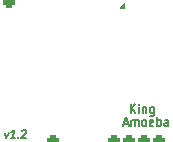
<source format=gbr>
%TF.GenerationSoftware,KiCad,Pcbnew,(6.0.11)*%
%TF.CreationDate,2023-07-28T18:25:04-04:00*%
%TF.ProjectId,amoeba-king,616d6f65-6261-42d6-9b69-6e672e6b6963,rev?*%
%TF.SameCoordinates,Original*%
%TF.FileFunction,Legend,Top*%
%TF.FilePolarity,Positive*%
%FSLAX46Y46*%
G04 Gerber Fmt 4.6, Leading zero omitted, Abs format (unit mm)*
G04 Created by KiCad (PCBNEW (6.0.11)) date 2023-07-28 18:25:04*
%MOMM*%
%LPD*%
G01*
G04 APERTURE LIST*
G04 Aperture macros list*
%AMRoundRect*
0 Rectangle with rounded corners*
0 $1 Rounding radius*
0 $2 $3 $4 $5 $6 $7 $8 $9 X,Y pos of 4 corners*
0 Add a 4 corners polygon primitive as box body*
4,1,4,$2,$3,$4,$5,$6,$7,$8,$9,$2,$3,0*
0 Add four circle primitives for the rounded corners*
1,1,$1+$1,$2,$3*
1,1,$1+$1,$4,$5*
1,1,$1+$1,$6,$7*
1,1,$1+$1,$8,$9*
0 Add four rect primitives between the rounded corners*
20,1,$1+$1,$2,$3,$4,$5,0*
20,1,$1+$1,$4,$5,$6,$7,0*
20,1,$1+$1,$6,$7,$8,$9,0*
20,1,$1+$1,$8,$9,$2,$3,0*%
G04 Aperture macros list end*
%ADD10C,0.100000*%
%ADD11C,0.150000*%
%ADD12C,0.158750*%
%ADD13C,0.131817*%
%ADD14C,3.000000*%
%ADD15C,3.980180*%
%ADD16C,1.660000*%
%ADD17C,1.700000*%
%ADD18RoundRect,0.250000X-0.250000X0.250000X-0.250000X-0.250000X0.250000X-0.250000X0.250000X0.250000X0*%
%ADD19RoundRect,0.250000X-0.250000X-0.250000X0.250000X-0.250000X0.250000X0.250000X-0.250000X0.250000X0*%
%ADD20RoundRect,0.250000X0.250000X-0.250000X0.250000X0.250000X-0.250000X0.250000X-0.250000X-0.250000X0*%
G04 APERTURE END LIST*
D10*
G36*
X77698600Y-165481000D02*
G01*
X77317600Y-165481000D01*
X77698600Y-165100000D01*
X77698600Y-165481000D01*
G37*
X77698600Y-165481000D02*
X77317600Y-165481000D01*
X77698600Y-165100000D01*
X77698600Y-165481000D01*
D11*
X77656766Y-175279033D02*
X77990100Y-175279033D01*
X77590100Y-175507604D02*
X77823433Y-174707604D01*
X78056766Y-175507604D01*
X78290100Y-175507604D02*
X78290100Y-174974271D01*
X78290100Y-175050461D02*
X78323433Y-175012366D01*
X78390100Y-174974271D01*
X78490100Y-174974271D01*
X78556766Y-175012366D01*
X78590100Y-175088557D01*
X78590100Y-175507604D01*
X78590100Y-175088557D02*
X78623433Y-175012366D01*
X78690100Y-174974271D01*
X78790100Y-174974271D01*
X78856766Y-175012366D01*
X78890100Y-175088557D01*
X78890100Y-175507604D01*
X79323433Y-175507604D02*
X79256766Y-175469509D01*
X79223433Y-175431414D01*
X79190100Y-175355223D01*
X79190100Y-175126652D01*
X79223433Y-175050461D01*
X79256766Y-175012366D01*
X79323433Y-174974271D01*
X79423433Y-174974271D01*
X79490100Y-175012366D01*
X79523433Y-175050461D01*
X79556766Y-175126652D01*
X79556766Y-175355223D01*
X79523433Y-175431414D01*
X79490100Y-175469509D01*
X79423433Y-175507604D01*
X79323433Y-175507604D01*
X80123433Y-175469509D02*
X80056766Y-175507604D01*
X79923433Y-175507604D01*
X79856766Y-175469509D01*
X79823433Y-175393319D01*
X79823433Y-175088557D01*
X79856766Y-175012366D01*
X79923433Y-174974271D01*
X80056766Y-174974271D01*
X80123433Y-175012366D01*
X80156766Y-175088557D01*
X80156766Y-175164747D01*
X79823433Y-175240938D01*
X80456766Y-175507604D02*
X80456766Y-174707604D01*
X80456766Y-175012366D02*
X80523433Y-174974271D01*
X80656766Y-174974271D01*
X80723433Y-175012366D01*
X80756766Y-175050461D01*
X80790100Y-175126652D01*
X80790100Y-175355223D01*
X80756766Y-175431414D01*
X80723433Y-175469509D01*
X80656766Y-175507604D01*
X80523433Y-175507604D01*
X80456766Y-175469509D01*
X81390100Y-175507604D02*
X81390100Y-175088557D01*
X81356766Y-175012366D01*
X81290100Y-174974271D01*
X81156766Y-174974271D01*
X81090100Y-175012366D01*
X81390100Y-175469509D02*
X81323433Y-175507604D01*
X81156766Y-175507604D01*
X81090100Y-175469509D01*
X81056766Y-175393319D01*
X81056766Y-175317128D01*
X81090100Y-175240938D01*
X81156766Y-175202842D01*
X81323433Y-175202842D01*
X81390100Y-175164747D01*
D12*
X67589456Y-176051028D02*
X67687730Y-176474361D01*
X67891837Y-176051028D01*
X68413444Y-176474361D02*
X68050587Y-176474361D01*
X68232016Y-176474361D02*
X68311391Y-175839361D01*
X68239575Y-175930076D01*
X68171540Y-175990552D01*
X68107284Y-176020790D01*
X68693147Y-176413885D02*
X68719605Y-176444123D01*
X68685587Y-176474361D01*
X68659129Y-176444123D01*
X68693147Y-176413885D01*
X68685587Y-176474361D01*
X69029545Y-175899838D02*
X69063563Y-175869600D01*
X69127819Y-175839361D01*
X69279010Y-175839361D01*
X69335706Y-175869600D01*
X69362165Y-175899838D01*
X69384843Y-175960314D01*
X69377284Y-176020790D01*
X69335706Y-176111504D01*
X68927492Y-176474361D01*
X69320587Y-176474361D01*
D11*
X78226566Y-174402704D02*
X78226566Y-173602704D01*
X78626566Y-174402704D02*
X78326566Y-173945561D01*
X78626566Y-173602704D02*
X78226566Y-174059847D01*
X78926566Y-174402704D02*
X78926566Y-173869371D01*
X78926566Y-173602704D02*
X78893233Y-173640800D01*
X78926566Y-173678895D01*
X78959900Y-173640800D01*
X78926566Y-173602704D01*
X78926566Y-173678895D01*
X79259900Y-173869371D02*
X79259900Y-174402704D01*
X79259900Y-173945561D02*
X79293233Y-173907466D01*
X79359900Y-173869371D01*
X79459900Y-173869371D01*
X79526566Y-173907466D01*
X79559900Y-173983657D01*
X79559900Y-174402704D01*
X80193233Y-173869371D02*
X80193233Y-174516990D01*
X80159900Y-174593180D01*
X80126566Y-174631276D01*
X80059900Y-174669371D01*
X79959900Y-174669371D01*
X79893233Y-174631276D01*
X80193233Y-174364609D02*
X80126566Y-174402704D01*
X79993233Y-174402704D01*
X79926566Y-174364609D01*
X79893233Y-174326514D01*
X79859900Y-174250323D01*
X79859900Y-174021752D01*
X79893233Y-173945561D01*
X79926566Y-173907466D01*
X79993233Y-173869371D01*
X80126566Y-173869371D01*
X80193233Y-173907466D01*
%LPC*%
%TO.C,Royale*%
G36*
X68813776Y-170919581D02*
G01*
X68837664Y-170922227D01*
X68861002Y-170926558D01*
X68883727Y-170932513D01*
X68905776Y-170940028D01*
X68927086Y-170949040D01*
X68947594Y-170959486D01*
X68967236Y-170971302D01*
X68985950Y-170984426D01*
X69003672Y-170998794D01*
X69020339Y-171014343D01*
X69035889Y-171031010D01*
X69050257Y-171048732D01*
X69063380Y-171067446D01*
X69075197Y-171087089D01*
X69085642Y-171107596D01*
X69094654Y-171128907D01*
X69102169Y-171150956D01*
X69108124Y-171173681D01*
X69112456Y-171197019D01*
X69115101Y-171220907D01*
X69115997Y-171245281D01*
X69114905Y-171271233D01*
X69111777Y-171296875D01*
X69106655Y-171322093D01*
X69099581Y-171346776D01*
X69090597Y-171370809D01*
X69079747Y-171394080D01*
X69067072Y-171416475D01*
X69052614Y-171437882D01*
X69036415Y-171458188D01*
X69040672Y-171484523D01*
X69044954Y-171510955D01*
X69049318Y-171537407D01*
X69053826Y-171563801D01*
X69058536Y-171590061D01*
X69063507Y-171616107D01*
X69068800Y-171641863D01*
X69074474Y-171667251D01*
X69080588Y-171692193D01*
X69087202Y-171716613D01*
X69094375Y-171740432D01*
X69102166Y-171763573D01*
X69110636Y-171785958D01*
X69119843Y-171807509D01*
X69129847Y-171828150D01*
X69140707Y-171847803D01*
X69152483Y-171866389D01*
X69165235Y-171883832D01*
X69179021Y-171900054D01*
X69193902Y-171914978D01*
X69209937Y-171928525D01*
X69227184Y-171940619D01*
X69245705Y-171951181D01*
X69265156Y-171952619D01*
X69285462Y-171954676D01*
X69306464Y-171957180D01*
X69327998Y-171959959D01*
X69349906Y-171962841D01*
X69372025Y-171965654D01*
X69394194Y-171968227D01*
X69416254Y-171970387D01*
X69438043Y-171971963D01*
X69459399Y-171972783D01*
X69480163Y-171972675D01*
X69500172Y-171971468D01*
X69519267Y-171968989D01*
X69537286Y-171965066D01*
X69554068Y-171959528D01*
X69569453Y-171952204D01*
X69583279Y-171942920D01*
X69595386Y-171931506D01*
X69605612Y-171917789D01*
X69613796Y-171901597D01*
X69619779Y-171882760D01*
X69623398Y-171861104D01*
X69624493Y-171836459D01*
X69625493Y-171811708D01*
X69628443Y-171787507D01*
X69633264Y-171763935D01*
X69639878Y-171741070D01*
X69648209Y-171718989D01*
X69658178Y-171697769D01*
X69669708Y-171677489D01*
X69682721Y-171658226D01*
X69697139Y-171640057D01*
X69712885Y-171623061D01*
X69729881Y-171607315D01*
X69748050Y-171592897D01*
X69767313Y-171579884D01*
X69787593Y-171568354D01*
X69808813Y-171558385D01*
X69830894Y-171550054D01*
X69853759Y-171543440D01*
X69877331Y-171538619D01*
X69901532Y-171535669D01*
X69926283Y-171534669D01*
X69951035Y-171535669D01*
X69975235Y-171538619D01*
X69998807Y-171543440D01*
X70021672Y-171550054D01*
X70043754Y-171558385D01*
X70064973Y-171568354D01*
X70085253Y-171579884D01*
X70104517Y-171592897D01*
X70122685Y-171607315D01*
X70139681Y-171623061D01*
X70155427Y-171640057D01*
X70169845Y-171658226D01*
X70182858Y-171677489D01*
X70194388Y-171697769D01*
X70204357Y-171718989D01*
X70212688Y-171741070D01*
X70219303Y-171763935D01*
X70224124Y-171787507D01*
X70227073Y-171811708D01*
X70228073Y-171836459D01*
X70216091Y-171861077D01*
X70204422Y-171883754D01*
X70193055Y-171904610D01*
X70181981Y-171923764D01*
X70171190Y-171941336D01*
X70160671Y-171957444D01*
X70150415Y-171972207D01*
X70140411Y-171985746D01*
X70130650Y-171998178D01*
X70121121Y-172009623D01*
X70111814Y-172020200D01*
X70102719Y-172030029D01*
X70093826Y-172039228D01*
X70085125Y-172047917D01*
X70076606Y-172056215D01*
X70068259Y-172064241D01*
X70060073Y-172072113D01*
X70052040Y-172079953D01*
X70044147Y-172087877D01*
X70036386Y-172096007D01*
X70028747Y-172104460D01*
X70021218Y-172113356D01*
X70013791Y-172122814D01*
X70006456Y-172132953D01*
X69999201Y-172143893D01*
X69992017Y-172155753D01*
X69984894Y-172168651D01*
X69977822Y-172182707D01*
X69970791Y-172198040D01*
X69963790Y-172214770D01*
X69956810Y-172233014D01*
X69949840Y-172252894D01*
X69942871Y-172274527D01*
X69935892Y-172298033D01*
X69928894Y-172323531D01*
X69921865Y-172351140D01*
X69914797Y-172380979D01*
X69907679Y-172413168D01*
X69902951Y-172438694D01*
X69897479Y-172464830D01*
X69891326Y-172491497D01*
X69884555Y-172518617D01*
X69877230Y-172546109D01*
X69869415Y-172573895D01*
X69861173Y-172601894D01*
X69852567Y-172630029D01*
X69843662Y-172658219D01*
X69834520Y-172686386D01*
X69825205Y-172714449D01*
X69815782Y-172742330D01*
X69806312Y-172769949D01*
X69796861Y-172797227D01*
X69787491Y-172824085D01*
X69778266Y-172850444D01*
X69769250Y-172876224D01*
X69760505Y-172901345D01*
X69752097Y-172925729D01*
X69744087Y-172949296D01*
X69736540Y-172971967D01*
X69729520Y-172993663D01*
X69723089Y-173014304D01*
X69717312Y-173033811D01*
X69712251Y-173052105D01*
X69707971Y-173069107D01*
X69704535Y-173084736D01*
X69702007Y-173098914D01*
X69678403Y-173091277D01*
X69654973Y-173083801D01*
X69631695Y-173076487D01*
X69608545Y-173069339D01*
X69585502Y-173062359D01*
X69562541Y-173055550D01*
X69539641Y-173048913D01*
X69516778Y-173042452D01*
X69493931Y-173036168D01*
X69471075Y-173030065D01*
X69448188Y-173024144D01*
X69425248Y-173018408D01*
X69402231Y-173012860D01*
X69379115Y-173007502D01*
X69355878Y-173002337D01*
X69332495Y-172997366D01*
X69308946Y-172992592D01*
X69285206Y-172988019D01*
X69261252Y-172983648D01*
X69237064Y-172979481D01*
X69212616Y-172975521D01*
X69187887Y-172971771D01*
X69162854Y-172968233D01*
X69137494Y-172964910D01*
X69111784Y-172961803D01*
X69085702Y-172958916D01*
X69059225Y-172956251D01*
X69032329Y-172953810D01*
X69004992Y-172951595D01*
X68977192Y-172949610D01*
X68948906Y-172947856D01*
X68920110Y-172946337D01*
X68890783Y-172945054D01*
X68860900Y-172944009D01*
X68830440Y-172943206D01*
X68799380Y-172942647D01*
X68767697Y-172942335D01*
X68734780Y-172941816D01*
X68702758Y-172941681D01*
X68671593Y-172941919D01*
X68641243Y-172942523D01*
X68611670Y-172943484D01*
X68582833Y-172944792D01*
X68554693Y-172946439D01*
X68527210Y-172948416D01*
X68500344Y-172950714D01*
X68474056Y-172953325D01*
X68448305Y-172956239D01*
X68423052Y-172959447D01*
X68398257Y-172962942D01*
X68373881Y-172966713D01*
X68349883Y-172970753D01*
X68326223Y-172975052D01*
X68302863Y-172979602D01*
X68279762Y-172984393D01*
X68256881Y-172989417D01*
X68234179Y-172994665D01*
X68211617Y-173000129D01*
X68189155Y-173005798D01*
X68166753Y-173011666D01*
X68144372Y-173017721D01*
X68121972Y-173023957D01*
X68099513Y-173030364D01*
X68076955Y-173036933D01*
X68054258Y-173043655D01*
X68031384Y-173050522D01*
X68008291Y-173057525D01*
X67984940Y-173064654D01*
X67961292Y-173071901D01*
X67937306Y-173079258D01*
X67912944Y-173086715D01*
X67888164Y-173094263D01*
X67886454Y-173080671D01*
X67884077Y-173065503D01*
X67881072Y-173048846D01*
X67877483Y-173030783D01*
X67873349Y-173011400D01*
X67868712Y-172990782D01*
X67863614Y-172969013D01*
X67858095Y-172946178D01*
X67852197Y-172922363D01*
X67845961Y-172897651D01*
X67839428Y-172872129D01*
X67832640Y-172845880D01*
X67825638Y-172818990D01*
X67818463Y-172791544D01*
X67811156Y-172763626D01*
X67803759Y-172735321D01*
X67796313Y-172706715D01*
X67788859Y-172677892D01*
X67781439Y-172648936D01*
X67774093Y-172619934D01*
X67766863Y-172590969D01*
X67759790Y-172562127D01*
X67752916Y-172533492D01*
X67746282Y-172505150D01*
X67739928Y-172477184D01*
X67733897Y-172449681D01*
X67728229Y-172422725D01*
X67722966Y-172396401D01*
X67718148Y-172370793D01*
X67709034Y-172347347D01*
X67702498Y-172327946D01*
X67697978Y-172311725D01*
X67694913Y-172297818D01*
X67692740Y-172285362D01*
X67690899Y-172273491D01*
X67688828Y-172261339D01*
X67685965Y-172248043D01*
X67681748Y-172232737D01*
X67675617Y-172214556D01*
X67667009Y-172192636D01*
X67655363Y-172166110D01*
X67640117Y-172134115D01*
X67615365Y-172133115D01*
X67591165Y-172130165D01*
X67567593Y-172125345D01*
X67544728Y-172118730D01*
X67522646Y-172110399D01*
X67501427Y-172100430D01*
X67481147Y-172088900D01*
X67461883Y-172075887D01*
X67443715Y-172061469D01*
X67426719Y-172045723D01*
X67410973Y-172028727D01*
X67396555Y-172010558D01*
X67383542Y-171991295D01*
X67372012Y-171971015D01*
X67362043Y-171949795D01*
X67353712Y-171927714D01*
X67347097Y-171904849D01*
X67342276Y-171881277D01*
X67339327Y-171857076D01*
X67338327Y-171832325D01*
X67339327Y-171807573D01*
X67342276Y-171783373D01*
X67347097Y-171759801D01*
X67353712Y-171736936D01*
X67362043Y-171714855D01*
X67372012Y-171693635D01*
X67383542Y-171673355D01*
X67396555Y-171654092D01*
X67410973Y-171635923D01*
X67426719Y-171618927D01*
X67443715Y-171603181D01*
X67461883Y-171588763D01*
X67481147Y-171575750D01*
X67501427Y-171564220D01*
X67522646Y-171554251D01*
X67544728Y-171545920D01*
X67567593Y-171539305D01*
X67591165Y-171534485D01*
X67615365Y-171531535D01*
X67640117Y-171530535D01*
X67664868Y-171531535D01*
X67689069Y-171534485D01*
X67712641Y-171539305D01*
X67735506Y-171545920D01*
X67757587Y-171554251D01*
X67778807Y-171564220D01*
X67799087Y-171575750D01*
X67818350Y-171588763D01*
X67836519Y-171603181D01*
X67853515Y-171618927D01*
X67869261Y-171635923D01*
X67883679Y-171654092D01*
X67896692Y-171673355D01*
X67908222Y-171693635D01*
X67918191Y-171714855D01*
X67926522Y-171736936D01*
X67933136Y-171759801D01*
X67937957Y-171783373D01*
X67940907Y-171807573D01*
X67941907Y-171832325D01*
X67953497Y-171841132D01*
X67965186Y-171851010D01*
X67977113Y-171861699D01*
X67989413Y-171872944D01*
X68002223Y-171884485D01*
X68015682Y-171896066D01*
X68029925Y-171907430D01*
X68045089Y-171918319D01*
X68061313Y-171928475D01*
X68078732Y-171937640D01*
X68097484Y-171945559D01*
X68117705Y-171951972D01*
X68139533Y-171956622D01*
X68163105Y-171959253D01*
X68188557Y-171959606D01*
X68216027Y-171957424D01*
X68245651Y-171952450D01*
X68277567Y-171944426D01*
X68311911Y-171933094D01*
X68331308Y-171922796D01*
X68349457Y-171910854D01*
X68366418Y-171897354D01*
X68382251Y-171882382D01*
X68397016Y-171866022D01*
X68410772Y-171848362D01*
X68423579Y-171829485D01*
X68435496Y-171809479D01*
X68446585Y-171788429D01*
X68456903Y-171766420D01*
X68466510Y-171743537D01*
X68475467Y-171719868D01*
X68483834Y-171695496D01*
X68491669Y-171670509D01*
X68499032Y-171644991D01*
X68505984Y-171619028D01*
X68512584Y-171592706D01*
X68518891Y-171566110D01*
X68524965Y-171539326D01*
X68530866Y-171512441D01*
X68536654Y-171485538D01*
X68542388Y-171458704D01*
X68526155Y-171438352D01*
X68511670Y-171416893D01*
X68498977Y-171394442D01*
X68488117Y-171371113D01*
X68479133Y-171347020D01*
X68472068Y-171322276D01*
X68466963Y-171296996D01*
X68463862Y-171271293D01*
X68462806Y-171245281D01*
X68463702Y-171220907D01*
X68466347Y-171197019D01*
X68470679Y-171173681D01*
X68476634Y-171150956D01*
X68484149Y-171128907D01*
X68493161Y-171107596D01*
X68503606Y-171087089D01*
X68515423Y-171067446D01*
X68528547Y-171048732D01*
X68542915Y-171031010D01*
X68558464Y-171014343D01*
X68575131Y-170998794D01*
X68592853Y-170984426D01*
X68611567Y-170971302D01*
X68631209Y-170959486D01*
X68651717Y-170949040D01*
X68673027Y-170940028D01*
X68695076Y-170932513D01*
X68717802Y-170926558D01*
X68741140Y-170922227D01*
X68765027Y-170919581D01*
X68789401Y-170918686D01*
X68789402Y-170918686D01*
X68813776Y-170919581D01*
G37*
D13*
X68813776Y-170919581D02*
X68837664Y-170922227D01*
X68861002Y-170926558D01*
X68883727Y-170932513D01*
X68905776Y-170940028D01*
X68927086Y-170949040D01*
X68947594Y-170959486D01*
X68967236Y-170971302D01*
X68985950Y-170984426D01*
X69003672Y-170998794D01*
X69020339Y-171014343D01*
X69035889Y-171031010D01*
X69050257Y-171048732D01*
X69063380Y-171067446D01*
X69075197Y-171087089D01*
X69085642Y-171107596D01*
X69094654Y-171128907D01*
X69102169Y-171150956D01*
X69108124Y-171173681D01*
X69112456Y-171197019D01*
X69115101Y-171220907D01*
X69115997Y-171245281D01*
X69114905Y-171271233D01*
X69111777Y-171296875D01*
X69106655Y-171322093D01*
X69099581Y-171346776D01*
X69090597Y-171370809D01*
X69079747Y-171394080D01*
X69067072Y-171416475D01*
X69052614Y-171437882D01*
X69036415Y-171458188D01*
X69040672Y-171484523D01*
X69044954Y-171510955D01*
X69049318Y-171537407D01*
X69053826Y-171563801D01*
X69058536Y-171590061D01*
X69063507Y-171616107D01*
X69068800Y-171641863D01*
X69074474Y-171667251D01*
X69080588Y-171692193D01*
X69087202Y-171716613D01*
X69094375Y-171740432D01*
X69102166Y-171763573D01*
X69110636Y-171785958D01*
X69119843Y-171807509D01*
X69129847Y-171828150D01*
X69140707Y-171847803D01*
X69152483Y-171866389D01*
X69165235Y-171883832D01*
X69179021Y-171900054D01*
X69193902Y-171914978D01*
X69209937Y-171928525D01*
X69227184Y-171940619D01*
X69245705Y-171951181D01*
X69265156Y-171952619D01*
X69285462Y-171954676D01*
X69306464Y-171957180D01*
X69327998Y-171959959D01*
X69349906Y-171962841D01*
X69372025Y-171965654D01*
X69394194Y-171968227D01*
X69416254Y-171970387D01*
X69438043Y-171971963D01*
X69459399Y-171972783D01*
X69480163Y-171972675D01*
X69500172Y-171971468D01*
X69519267Y-171968989D01*
X69537286Y-171965066D01*
X69554068Y-171959528D01*
X69569453Y-171952204D01*
X69583279Y-171942920D01*
X69595386Y-171931506D01*
X69605612Y-171917789D01*
X69613796Y-171901597D01*
X69619779Y-171882760D01*
X69623398Y-171861104D01*
X69624493Y-171836459D01*
X69625493Y-171811708D01*
X69628443Y-171787507D01*
X69633264Y-171763935D01*
X69639878Y-171741070D01*
X69648209Y-171718989D01*
X69658178Y-171697769D01*
X69669708Y-171677489D01*
X69682721Y-171658226D01*
X69697139Y-171640057D01*
X69712885Y-171623061D01*
X69729881Y-171607315D01*
X69748050Y-171592897D01*
X69767313Y-171579884D01*
X69787593Y-171568354D01*
X69808813Y-171558385D01*
X69830894Y-171550054D01*
X69853759Y-171543440D01*
X69877331Y-171538619D01*
X69901532Y-171535669D01*
X69926283Y-171534669D01*
X69951035Y-171535669D01*
X69975235Y-171538619D01*
X69998807Y-171543440D01*
X70021672Y-171550054D01*
X70043754Y-171558385D01*
X70064973Y-171568354D01*
X70085253Y-171579884D01*
X70104517Y-171592897D01*
X70122685Y-171607315D01*
X70139681Y-171623061D01*
X70155427Y-171640057D01*
X70169845Y-171658226D01*
X70182858Y-171677489D01*
X70194388Y-171697769D01*
X70204357Y-171718989D01*
X70212688Y-171741070D01*
X70219303Y-171763935D01*
X70224124Y-171787507D01*
X70227073Y-171811708D01*
X70228073Y-171836459D01*
X70216091Y-171861077D01*
X70204422Y-171883754D01*
X70193055Y-171904610D01*
X70181981Y-171923764D01*
X70171190Y-171941336D01*
X70160671Y-171957444D01*
X70150415Y-171972207D01*
X70140411Y-171985746D01*
X70130650Y-171998178D01*
X70121121Y-172009623D01*
X70111814Y-172020200D01*
X70102719Y-172030029D01*
X70093826Y-172039228D01*
X70085125Y-172047917D01*
X70076606Y-172056215D01*
X70068259Y-172064241D01*
X70060073Y-172072113D01*
X70052040Y-172079953D01*
X70044147Y-172087877D01*
X70036386Y-172096007D01*
X70028747Y-172104460D01*
X70021218Y-172113356D01*
X70013791Y-172122814D01*
X70006456Y-172132953D01*
X69999201Y-172143893D01*
X69992017Y-172155753D01*
X69984894Y-172168651D01*
X69977822Y-172182707D01*
X69970791Y-172198040D01*
X69963790Y-172214770D01*
X69956810Y-172233014D01*
X69949840Y-172252894D01*
X69942871Y-172274527D01*
X69935892Y-172298033D01*
X69928894Y-172323531D01*
X69921865Y-172351140D01*
X69914797Y-172380979D01*
X69907679Y-172413168D01*
X69902951Y-172438694D01*
X69897479Y-172464830D01*
X69891326Y-172491497D01*
X69884555Y-172518617D01*
X69877230Y-172546109D01*
X69869415Y-172573895D01*
X69861173Y-172601894D01*
X69852567Y-172630029D01*
X69843662Y-172658219D01*
X69834520Y-172686386D01*
X69825205Y-172714449D01*
X69815782Y-172742330D01*
X69806312Y-172769949D01*
X69796861Y-172797227D01*
X69787491Y-172824085D01*
X69778266Y-172850444D01*
X69769250Y-172876224D01*
X69760505Y-172901345D01*
X69752097Y-172925729D01*
X69744087Y-172949296D01*
X69736540Y-172971967D01*
X69729520Y-172993663D01*
X69723089Y-173014304D01*
X69717312Y-173033811D01*
X69712251Y-173052105D01*
X69707971Y-173069107D01*
X69704535Y-173084736D01*
X69702007Y-173098914D01*
X69678403Y-173091277D01*
X69654973Y-173083801D01*
X69631695Y-173076487D01*
X69608545Y-173069339D01*
X69585502Y-173062359D01*
X69562541Y-173055550D01*
X69539641Y-173048913D01*
X69516778Y-173042452D01*
X69493931Y-173036168D01*
X69471075Y-173030065D01*
X69448188Y-173024144D01*
X69425248Y-173018408D01*
X69402231Y-173012860D01*
X69379115Y-173007502D01*
X69355878Y-173002337D01*
X69332495Y-172997366D01*
X69308946Y-172992592D01*
X69285206Y-172988019D01*
X69261252Y-172983648D01*
X69237064Y-172979481D01*
X69212616Y-172975521D01*
X69187887Y-172971771D01*
X69162854Y-172968233D01*
X69137494Y-172964910D01*
X69111784Y-172961803D01*
X69085702Y-172958916D01*
X69059225Y-172956251D01*
X69032329Y-172953810D01*
X69004992Y-172951595D01*
X68977192Y-172949610D01*
X68948906Y-172947856D01*
X68920110Y-172946337D01*
X68890783Y-172945054D01*
X68860900Y-172944009D01*
X68830440Y-172943206D01*
X68799380Y-172942647D01*
X68767697Y-172942335D01*
X68734780Y-172941816D01*
X68702758Y-172941681D01*
X68671593Y-172941919D01*
X68641243Y-172942523D01*
X68611670Y-172943484D01*
X68582833Y-172944792D01*
X68554693Y-172946439D01*
X68527210Y-172948416D01*
X68500344Y-172950714D01*
X68474056Y-172953325D01*
X68448305Y-172956239D01*
X68423052Y-172959447D01*
X68398257Y-172962942D01*
X68373881Y-172966713D01*
X68349883Y-172970753D01*
X68326223Y-172975052D01*
X68302863Y-172979602D01*
X68279762Y-172984393D01*
X68256881Y-172989417D01*
X68234179Y-172994665D01*
X68211617Y-173000129D01*
X68189155Y-173005798D01*
X68166753Y-173011666D01*
X68144372Y-173017721D01*
X68121972Y-173023957D01*
X68099513Y-173030364D01*
X68076955Y-173036933D01*
X68054258Y-173043655D01*
X68031384Y-173050522D01*
X68008291Y-173057525D01*
X67984940Y-173064654D01*
X67961292Y-173071901D01*
X67937306Y-173079258D01*
X67912944Y-173086715D01*
X67888164Y-173094263D01*
X67886454Y-173080671D01*
X67884077Y-173065503D01*
X67881072Y-173048846D01*
X67877483Y-173030783D01*
X67873349Y-173011400D01*
X67868712Y-172990782D01*
X67863614Y-172969013D01*
X67858095Y-172946178D01*
X67852197Y-172922363D01*
X67845961Y-172897651D01*
X67839428Y-172872129D01*
X67832640Y-172845880D01*
X67825638Y-172818990D01*
X67818463Y-172791544D01*
X67811156Y-172763626D01*
X67803759Y-172735321D01*
X67796313Y-172706715D01*
X67788859Y-172677892D01*
X67781439Y-172648936D01*
X67774093Y-172619934D01*
X67766863Y-172590969D01*
X67759790Y-172562127D01*
X67752916Y-172533492D01*
X67746282Y-172505150D01*
X67739928Y-172477184D01*
X67733897Y-172449681D01*
X67728229Y-172422725D01*
X67722966Y-172396401D01*
X67718148Y-172370793D01*
X67709034Y-172347347D01*
X67702498Y-172327946D01*
X67697978Y-172311725D01*
X67694913Y-172297818D01*
X67692740Y-172285362D01*
X67690899Y-172273491D01*
X67688828Y-172261339D01*
X67685965Y-172248043D01*
X67681748Y-172232737D01*
X67675617Y-172214556D01*
X67667009Y-172192636D01*
X67655363Y-172166110D01*
X67640117Y-172134115D01*
X67615365Y-172133115D01*
X67591165Y-172130165D01*
X67567593Y-172125345D01*
X67544728Y-172118730D01*
X67522646Y-172110399D01*
X67501427Y-172100430D01*
X67481147Y-172088900D01*
X67461883Y-172075887D01*
X67443715Y-172061469D01*
X67426719Y-172045723D01*
X67410973Y-172028727D01*
X67396555Y-172010558D01*
X67383542Y-171991295D01*
X67372012Y-171971015D01*
X67362043Y-171949795D01*
X67353712Y-171927714D01*
X67347097Y-171904849D01*
X67342276Y-171881277D01*
X67339327Y-171857076D01*
X67338327Y-171832325D01*
X67339327Y-171807573D01*
X67342276Y-171783373D01*
X67347097Y-171759801D01*
X67353712Y-171736936D01*
X67362043Y-171714855D01*
X67372012Y-171693635D01*
X67383542Y-171673355D01*
X67396555Y-171654092D01*
X67410973Y-171635923D01*
X67426719Y-171618927D01*
X67443715Y-171603181D01*
X67461883Y-171588763D01*
X67481147Y-171575750D01*
X67501427Y-171564220D01*
X67522646Y-171554251D01*
X67544728Y-171545920D01*
X67567593Y-171539305D01*
X67591165Y-171534485D01*
X67615365Y-171531535D01*
X67640117Y-171530535D01*
X67664868Y-171531535D01*
X67689069Y-171534485D01*
X67712641Y-171539305D01*
X67735506Y-171545920D01*
X67757587Y-171554251D01*
X67778807Y-171564220D01*
X67799087Y-171575750D01*
X67818350Y-171588763D01*
X67836519Y-171603181D01*
X67853515Y-171618927D01*
X67869261Y-171635923D01*
X67883679Y-171654092D01*
X67896692Y-171673355D01*
X67908222Y-171693635D01*
X67918191Y-171714855D01*
X67926522Y-171736936D01*
X67933136Y-171759801D01*
X67937957Y-171783373D01*
X67940907Y-171807573D01*
X67941907Y-171832325D01*
X67953497Y-171841132D01*
X67965186Y-171851010D01*
X67977113Y-171861699D01*
X67989413Y-171872944D01*
X68002223Y-171884485D01*
X68015682Y-171896066D01*
X68029925Y-171907430D01*
X68045089Y-171918319D01*
X68061313Y-171928475D01*
X68078732Y-171937640D01*
X68097484Y-171945559D01*
X68117705Y-171951972D01*
X68139533Y-171956622D01*
X68163105Y-171959253D01*
X68188557Y-171959606D01*
X68216027Y-171957424D01*
X68245651Y-171952450D01*
X68277567Y-171944426D01*
X68311911Y-171933094D01*
X68331308Y-171922796D01*
X68349457Y-171910854D01*
X68366418Y-171897354D01*
X68382251Y-171882382D01*
X68397016Y-171866022D01*
X68410772Y-171848362D01*
X68423579Y-171829485D01*
X68435496Y-171809479D01*
X68446585Y-171788429D01*
X68456903Y-171766420D01*
X68466510Y-171743537D01*
X68475467Y-171719868D01*
X68483834Y-171695496D01*
X68491669Y-171670509D01*
X68499032Y-171644991D01*
X68505984Y-171619028D01*
X68512584Y-171592706D01*
X68518891Y-171566110D01*
X68524965Y-171539326D01*
X68530866Y-171512441D01*
X68536654Y-171485538D01*
X68542388Y-171458704D01*
X68526155Y-171438352D01*
X68511670Y-171416893D01*
X68498977Y-171394442D01*
X68488117Y-171371113D01*
X68479133Y-171347020D01*
X68472068Y-171322276D01*
X68466963Y-171296996D01*
X68463862Y-171271293D01*
X68462806Y-171245281D01*
X68463702Y-171220907D01*
X68466347Y-171197019D01*
X68470679Y-171173681D01*
X68476634Y-171150956D01*
X68484149Y-171128907D01*
X68493161Y-171107596D01*
X68503606Y-171087089D01*
X68515423Y-171067446D01*
X68528547Y-171048732D01*
X68542915Y-171031010D01*
X68558464Y-171014343D01*
X68575131Y-170998794D01*
X68592853Y-170984426D01*
X68611567Y-170971302D01*
X68631209Y-170959486D01*
X68651717Y-170949040D01*
X68673027Y-170940028D01*
X68695076Y-170932513D01*
X68717802Y-170926558D01*
X68741140Y-170922227D01*
X68765027Y-170919581D01*
X68789401Y-170918686D01*
X68789402Y-170918686D01*
X68813776Y-170919581D01*
%TO.C,Amoeba-Logo-Small*%
G36*
X68765647Y-172617598D02*
G01*
X68787163Y-172619194D01*
X68808679Y-172621854D01*
X68830195Y-172625578D01*
X68851711Y-172630366D01*
X68873227Y-172636218D01*
X68894742Y-172643134D01*
X68916258Y-172651114D01*
X68937774Y-172660158D01*
X68959290Y-172670266D01*
X68980806Y-172681438D01*
X69002321Y-172693674D01*
X69023837Y-172706974D01*
X69045354Y-172721337D01*
X69064713Y-172736384D01*
X69083250Y-172753471D01*
X69100976Y-172772227D01*
X69117901Y-172792282D01*
X69134032Y-172813264D01*
X69149382Y-172834802D01*
X69163958Y-172856525D01*
X69177771Y-172878061D01*
X69190830Y-172899041D01*
X69203145Y-172919093D01*
X69214725Y-172937845D01*
X69225581Y-172954927D01*
X69235722Y-172969967D01*
X69245157Y-172982595D01*
X69253897Y-172992439D01*
X69267602Y-173005210D01*
X69281676Y-173016746D01*
X69296095Y-173027104D01*
X69310842Y-173036340D01*
X69325894Y-173044513D01*
X69341232Y-173051679D01*
X69356834Y-173057896D01*
X69372682Y-173063222D01*
X69388754Y-173067713D01*
X69405030Y-173071428D01*
X69421490Y-173074423D01*
X69438112Y-173076757D01*
X69454878Y-173078485D01*
X69471765Y-173079667D01*
X69488755Y-173080358D01*
X69505826Y-173080618D01*
X69522959Y-173080502D01*
X69540132Y-173080068D01*
X69557325Y-173079374D01*
X69574519Y-173078478D01*
X69591692Y-173077436D01*
X69608824Y-173076305D01*
X69625894Y-173075145D01*
X69642883Y-173074010D01*
X69659770Y-173072960D01*
X69676535Y-173072052D01*
X69693157Y-173071342D01*
X69709615Y-173070889D01*
X69725890Y-173070749D01*
X69741960Y-173070980D01*
X69757806Y-173071640D01*
X69773408Y-173072785D01*
X69788743Y-173074474D01*
X69803794Y-173076764D01*
X69818538Y-173079711D01*
X69832955Y-173083374D01*
X69847026Y-173087810D01*
X69860730Y-173093075D01*
X69874045Y-173099229D01*
X69886953Y-173106327D01*
X69899432Y-173114428D01*
X69911462Y-173123589D01*
X69923023Y-173133866D01*
X69934094Y-173145319D01*
X69944656Y-173158003D01*
X69954686Y-173171976D01*
X69964166Y-173187297D01*
X69973074Y-173204021D01*
X69981391Y-173222207D01*
X69989095Y-173241912D01*
X69992395Y-173251517D01*
X69995261Y-173260834D01*
X69997703Y-173269872D01*
X69999731Y-173278642D01*
X70001355Y-173287156D01*
X70002586Y-173295424D01*
X70003432Y-173303457D01*
X70003905Y-173311265D01*
X70004014Y-173318861D01*
X70003768Y-173326253D01*
X70003178Y-173333454D01*
X70002255Y-173340475D01*
X70001007Y-173347325D01*
X69999444Y-173354016D01*
X69997578Y-173360558D01*
X69995417Y-173366963D01*
X69992972Y-173373242D01*
X69990252Y-173379405D01*
X69987268Y-173385462D01*
X69984030Y-173391426D01*
X69980547Y-173397306D01*
X69976829Y-173403114D01*
X69972887Y-173408860D01*
X69968730Y-173414556D01*
X69964369Y-173420211D01*
X69959812Y-173425838D01*
X69955071Y-173431446D01*
X69950155Y-173437047D01*
X69945075Y-173442651D01*
X69939839Y-173448269D01*
X69934459Y-173453913D01*
X69928943Y-173459592D01*
X69923303Y-173465319D01*
X69917547Y-173471103D01*
X69911687Y-173476955D01*
X69905731Y-173482887D01*
X69899690Y-173488908D01*
X69893574Y-173495031D01*
X69887392Y-173501266D01*
X69881155Y-173507623D01*
X69874873Y-173514114D01*
X69868556Y-173520749D01*
X69862213Y-173527540D01*
X69855855Y-173534496D01*
X69849491Y-173541629D01*
X69843131Y-173548950D01*
X69836786Y-173556470D01*
X69830466Y-173564199D01*
X69824179Y-173572148D01*
X69817937Y-173580328D01*
X69811749Y-173588750D01*
X69805626Y-173597425D01*
X69799576Y-173606364D01*
X69793611Y-173615576D01*
X69787740Y-173625075D01*
X69781973Y-173634869D01*
X69776320Y-173644970D01*
X69770790Y-173655389D01*
X69765395Y-173666137D01*
X69760144Y-173677224D01*
X69755046Y-173688661D01*
X69750112Y-173700460D01*
X69745352Y-173712630D01*
X69740776Y-173725184D01*
X69736393Y-173738131D01*
X69732214Y-173751482D01*
X69728249Y-173765249D01*
X69724507Y-173779442D01*
X69720999Y-173794072D01*
X69717734Y-173809150D01*
X69714722Y-173824687D01*
X69711974Y-173840693D01*
X69709499Y-173857180D01*
X69707308Y-173874157D01*
X69705410Y-173891637D01*
X69703815Y-173909630D01*
X69702533Y-173928147D01*
X69701574Y-173947198D01*
X69700949Y-173966794D01*
X69700666Y-173986947D01*
X69700737Y-174007667D01*
X69701170Y-174028965D01*
X69701977Y-174050852D01*
X69703166Y-174073338D01*
X69704748Y-174096435D01*
X69706733Y-174120153D01*
X69709131Y-174144503D01*
X69711951Y-174169497D01*
X69715204Y-174195144D01*
X69718900Y-174221455D01*
X69723049Y-174248443D01*
X69727660Y-174276116D01*
X69732743Y-174304487D01*
X69738309Y-174333566D01*
X69744367Y-174363363D01*
X69750928Y-174393891D01*
X69758001Y-174425159D01*
X69765597Y-174457178D01*
X69773725Y-174489959D01*
X69782395Y-174523514D01*
X69791617Y-174557853D01*
X69801401Y-174592986D01*
X69811758Y-174628925D01*
X69822696Y-174665680D01*
X69834227Y-174703263D01*
X69844044Y-174736523D01*
X69851730Y-174766453D01*
X69857360Y-174793400D01*
X69861011Y-174817716D01*
X69862761Y-174839749D01*
X69862685Y-174859850D01*
X69860860Y-174878366D01*
X69857364Y-174895649D01*
X69852272Y-174912048D01*
X69845662Y-174927911D01*
X69837610Y-174943589D01*
X69828194Y-174959432D01*
X69817488Y-174975788D01*
X69805571Y-174993007D01*
X69792520Y-175011439D01*
X69777721Y-175030553D01*
X69762366Y-175048348D01*
X69746455Y-175064825D01*
X69729988Y-175079985D01*
X69712965Y-175093825D01*
X69695386Y-175106348D01*
X69677250Y-175117553D01*
X69658559Y-175127439D01*
X69639311Y-175136007D01*
X69619508Y-175143257D01*
X69599148Y-175149189D01*
X69578232Y-175153802D01*
X69556760Y-175157098D01*
X69534732Y-175159075D01*
X69512148Y-175159734D01*
X69461170Y-175159734D01*
X69439551Y-175159039D01*
X69418257Y-175156954D01*
X69397287Y-175153478D01*
X69376642Y-175148612D01*
X69356321Y-175142356D01*
X69336324Y-175134710D01*
X69316652Y-175125673D01*
X69297304Y-175115247D01*
X69278280Y-175103429D01*
X69259581Y-175090222D01*
X69240465Y-175076435D01*
X69222971Y-175061953D01*
X69207098Y-175046776D01*
X69192848Y-175030903D01*
X69180220Y-175014335D01*
X69169214Y-174997072D01*
X69159829Y-174979114D01*
X69152067Y-174960461D01*
X69145926Y-174941113D01*
X69141407Y-174921070D01*
X69122141Y-174904957D01*
X69102723Y-174889769D01*
X69083164Y-174875505D01*
X69063476Y-174862162D01*
X69043672Y-174849739D01*
X69023763Y-174838234D01*
X69003760Y-174827644D01*
X68983676Y-174817968D01*
X68963522Y-174809204D01*
X68943311Y-174801348D01*
X68923053Y-174794401D01*
X68902762Y-174788359D01*
X68882448Y-174783220D01*
X68862124Y-174778983D01*
X68841802Y-174775645D01*
X68821492Y-174773204D01*
X68801208Y-174771659D01*
X68780960Y-174771008D01*
X68760762Y-174771247D01*
X68740623Y-174772376D01*
X68720558Y-174774393D01*
X68700576Y-174777294D01*
X68680691Y-174781079D01*
X68660913Y-174785745D01*
X68641255Y-174791291D01*
X68621729Y-174797713D01*
X68602346Y-174805011D01*
X68583118Y-174813182D01*
X68564057Y-174822224D01*
X68545175Y-174832135D01*
X68526484Y-174842914D01*
X68507995Y-174854557D01*
X68503060Y-174876338D01*
X68496595Y-174897192D01*
X68488601Y-174917120D01*
X68479077Y-174936121D01*
X68468024Y-174954196D01*
X68455442Y-174971343D01*
X68441331Y-174987564D01*
X68425690Y-175002857D01*
X68408520Y-175017224D01*
X68389821Y-175030663D01*
X68371437Y-175042727D01*
X68352518Y-175053643D01*
X68333062Y-175063409D01*
X68313069Y-175072026D01*
X68292541Y-175079494D01*
X68271477Y-175085813D01*
X68249876Y-175090984D01*
X68227739Y-175095005D01*
X68205066Y-175097877D01*
X68181857Y-175099601D01*
X68158111Y-175100175D01*
X68107133Y-175100175D01*
X68084281Y-175099537D01*
X68062068Y-175097621D01*
X68040493Y-175094428D01*
X68019556Y-175089959D01*
X67999258Y-175084212D01*
X67979598Y-175077189D01*
X67960577Y-175068888D01*
X67942195Y-175059311D01*
X67924450Y-175048456D01*
X67907345Y-175036324D01*
X67890878Y-175022916D01*
X67875049Y-175008231D01*
X67859859Y-174992268D01*
X67845307Y-174975029D01*
X67831394Y-174956512D01*
X67818463Y-174937400D01*
X67807404Y-174918864D01*
X67798110Y-174900713D01*
X67790472Y-174882757D01*
X67784384Y-174864807D01*
X67779738Y-174846671D01*
X67776425Y-174828160D01*
X67774340Y-174809082D01*
X67773373Y-174789248D01*
X67773419Y-174768468D01*
X67774368Y-174746550D01*
X67776114Y-174723305D01*
X67778548Y-174698543D01*
X67781564Y-174672072D01*
X67785054Y-174643703D01*
X67788528Y-174614080D01*
X67791351Y-174585766D01*
X67793541Y-174558730D01*
X67795113Y-174532942D01*
X67796087Y-174508369D01*
X67796479Y-174484981D01*
X67796307Y-174462746D01*
X67795588Y-174441633D01*
X67794338Y-174421611D01*
X67792577Y-174402648D01*
X67790320Y-174384714D01*
X67787585Y-174367776D01*
X67784389Y-174351804D01*
X67780751Y-174336767D01*
X67776686Y-174322632D01*
X67772213Y-174309369D01*
X67767348Y-174296947D01*
X67762109Y-174285334D01*
X67756514Y-174274499D01*
X67750579Y-174264411D01*
X67744322Y-174255038D01*
X67737760Y-174246350D01*
X67730911Y-174238314D01*
X67723791Y-174230900D01*
X67716419Y-174224077D01*
X67708811Y-174217812D01*
X67700985Y-174212075D01*
X67692958Y-174206835D01*
X67684747Y-174202060D01*
X67676370Y-174197719D01*
X67667844Y-174193781D01*
X67659186Y-174190214D01*
X67650414Y-174186988D01*
X67641545Y-174184070D01*
X67632596Y-174181430D01*
X67623584Y-174179037D01*
X67614527Y-174176858D01*
X67605443Y-174174864D01*
X67596348Y-174173022D01*
X67587259Y-174171301D01*
X67578195Y-174169670D01*
X67569172Y-174168098D01*
X67560208Y-174166553D01*
X67551320Y-174165005D01*
X67542525Y-174163422D01*
X67533841Y-174161772D01*
X67525284Y-174160024D01*
X67516873Y-174158148D01*
X67508624Y-174156111D01*
X67500556Y-174153884D01*
X67492684Y-174151433D01*
X67485027Y-174148728D01*
X67477602Y-174145738D01*
X67470425Y-174142432D01*
X67463515Y-174138778D01*
X67456889Y-174134744D01*
X67450564Y-174130301D01*
X67444557Y-174125416D01*
X67438886Y-174120057D01*
X67433568Y-174114195D01*
X67428620Y-174107797D01*
X67424059Y-174100833D01*
X67419904Y-174093271D01*
X67416170Y-174085079D01*
X67412876Y-174076227D01*
X67410039Y-174066683D01*
X67407676Y-174056416D01*
X67405805Y-174045394D01*
X67404442Y-174033587D01*
X67403605Y-174020964D01*
X67403311Y-174007491D01*
X67403606Y-173990095D01*
X67404135Y-173973423D01*
X67404898Y-173957452D01*
X67405895Y-173942162D01*
X67407124Y-173927529D01*
X67408585Y-173913533D01*
X67410278Y-173900150D01*
X67412202Y-173887359D01*
X67414355Y-173875138D01*
X67416739Y-173863464D01*
X67419351Y-173852316D01*
X67422192Y-173841672D01*
X67425260Y-173831509D01*
X67428556Y-173821805D01*
X67432078Y-173812539D01*
X67435826Y-173803689D01*
X67439800Y-173795231D01*
X67443998Y-173787146D01*
X67448420Y-173779409D01*
X67453066Y-173771999D01*
X67457935Y-173764895D01*
X67463026Y-173758073D01*
X67468338Y-173751513D01*
X67473872Y-173745192D01*
X67479625Y-173739087D01*
X67485599Y-173733178D01*
X67491792Y-173727441D01*
X67498204Y-173721855D01*
X67504833Y-173716398D01*
X67511680Y-173711048D01*
X67518743Y-173705782D01*
X67526023Y-173700579D01*
X67533518Y-173695416D01*
X67541228Y-173690272D01*
X67549152Y-173685124D01*
X67557290Y-173679951D01*
X67565641Y-173674730D01*
X67574205Y-173669440D01*
X67582980Y-173664057D01*
X67591966Y-173658561D01*
X67601163Y-173652929D01*
X67610571Y-173647139D01*
X67620187Y-173641169D01*
X67630012Y-173634998D01*
X67640045Y-173628602D01*
X67650286Y-173621960D01*
X67660734Y-173615050D01*
X67671388Y-173607849D01*
X67682248Y-173600337D01*
X67693313Y-173592490D01*
X67704582Y-173584287D01*
X67716055Y-173575706D01*
X67727732Y-173566724D01*
X67739611Y-173557319D01*
X67751692Y-173547470D01*
X67763974Y-173537155D01*
X67776457Y-173526351D01*
X67789141Y-173515036D01*
X67802023Y-173503188D01*
X67815105Y-173490786D01*
X67828385Y-173477807D01*
X67841863Y-173464229D01*
X67855538Y-173450030D01*
X67869410Y-173435188D01*
X67883477Y-173419681D01*
X67897740Y-173403487D01*
X67912197Y-173386584D01*
X67926848Y-173368950D01*
X67941693Y-173350563D01*
X67956731Y-173331400D01*
X67971961Y-173311440D01*
X67987382Y-173290661D01*
X68002994Y-173269040D01*
X68018797Y-173246556D01*
X68034789Y-173223186D01*
X68050971Y-173198908D01*
X68067341Y-173173702D01*
X68083899Y-173147543D01*
X68100644Y-173120411D01*
X68117576Y-173092283D01*
X68134694Y-173063137D01*
X68151997Y-173032951D01*
X68169486Y-173001704D01*
X68175690Y-172990372D01*
X68183012Y-172976921D01*
X68191409Y-172961627D01*
X68200835Y-172944768D01*
X68211245Y-172926622D01*
X68222596Y-172907465D01*
X68234843Y-172887575D01*
X68247941Y-172867230D01*
X68261845Y-172846706D01*
X68276512Y-172826281D01*
X68291896Y-172806232D01*
X68307953Y-172786837D01*
X68324639Y-172768372D01*
X68341909Y-172751116D01*
X68359718Y-172735346D01*
X68378023Y-172721338D01*
X68399232Y-172706974D01*
X68420488Y-172693674D01*
X68441791Y-172681439D01*
X68463142Y-172670267D01*
X68484540Y-172660159D01*
X68505985Y-172651115D01*
X68527478Y-172643135D01*
X68549018Y-172636219D01*
X68570605Y-172630367D01*
X68592240Y-172625579D01*
X68613922Y-172621855D01*
X68635651Y-172619195D01*
X68657427Y-172617598D01*
X68679251Y-172617066D01*
X68744131Y-172617066D01*
X68765647Y-172617598D01*
G37*
%TD*%
D14*
%TO.C,S1*%
X79248000Y-171196000D03*
D15*
X75438000Y-168656000D03*
D16*
X80518000Y-168656000D03*
D14*
X72898000Y-173736000D03*
D17*
X70358000Y-168656000D03*
%TD*%
D18*
%TO.C,J2*%
X76835000Y-160782000D03*
X78105000Y-160782000D03*
X79375000Y-160782000D03*
X80645000Y-160782000D03*
%TD*%
D19*
%TO.C,J3*%
X67945000Y-164973000D03*
X67945000Y-163703000D03*
X67945000Y-162433000D03*
X67945000Y-161163000D03*
%TD*%
D20*
%TO.C,J5*%
X71678800Y-176758600D03*
%TD*%
D18*
%TO.C,J6*%
X71678800Y-160782000D03*
%TD*%
D19*
%TO.C,J1*%
X82905600Y-164973000D03*
X82905600Y-163703000D03*
X82905600Y-162433000D03*
X82905600Y-161163000D03*
%TD*%
D18*
%TO.C,J4*%
X76835000Y-176758600D03*
X78105000Y-176758600D03*
X79375000Y-176758600D03*
X80645000Y-176758600D03*
%TD*%
M02*

</source>
